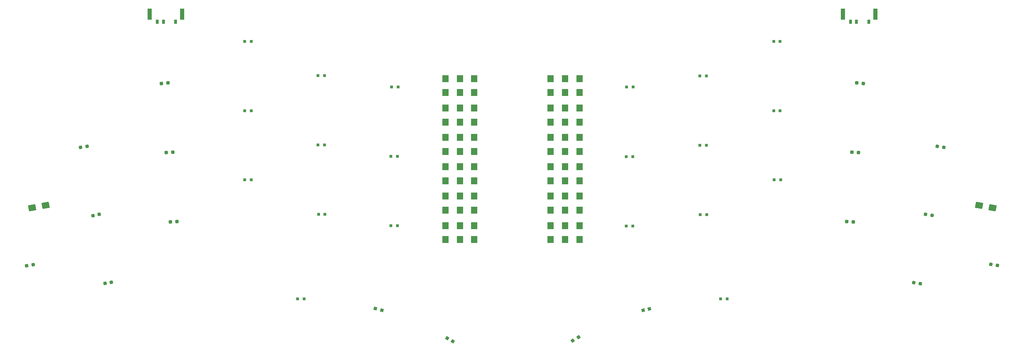
<source format=gtp>
G04 #@! TF.GenerationSoftware,KiCad,Pcbnew,9.0.4*
G04 #@! TF.CreationDate,2025-08-27T21:58:08-05:00*
G04 #@! TF.ProjectId,totem_0_3,746f7465-6d5f-4305-9f33-2e6b69636164,0.3*
G04 #@! TF.SameCoordinates,Original*
G04 #@! TF.FileFunction,Paste,Top*
G04 #@! TF.FilePolarity,Positive*
%FSLAX46Y46*%
G04 Gerber Fmt 4.6, Leading zero omitted, Abs format (unit mm)*
G04 Created by KiCad (PCBNEW 9.0.4) date 2025-08-27 21:58:08*
%MOMM*%
%LPD*%
G01*
G04 APERTURE LIST*
G04 Aperture macros list*
%AMRotRect*
0 Rectangle, with rotation*
0 The origin of the aperture is its center*
0 $1 length*
0 $2 width*
0 $3 Rotation angle, in degrees counterclockwise*
0 Add horizontal line*
21,1,$1,$2,0,0,$3*%
G04 Aperture macros list end*
%ADD10R,1.500000X1.800000*%
%ADD11RotRect,0.800000X0.800000X260.000000*%
%ADD12R,0.800000X0.800000*%
%ADD13RotRect,0.800000X0.800000X274.000000*%
%ADD14RotRect,0.800000X0.800000X280.000000*%
%ADD15RotRect,0.800000X0.800000X266.000000*%
%ADD16R,0.700000X1.000000*%
%ADD17R,1.000000X2.800000*%
%ADD18RotRect,1.800000X1.500000X170.000000*%
%ADD19RotRect,0.800000X0.800000X240.000000*%
%ADD20RotRect,1.800000X1.500000X10.000000*%
%ADD21RotRect,0.800000X0.800000X285.000000*%
%ADD22RotRect,0.800000X0.800000X300.000000*%
%ADD23RotRect,0.800000X0.800000X255.000000*%
G04 APERTURE END LIST*
D10*
X162872435Y-67194348D03*
X162872435Y-70594348D03*
X137127565Y-74393348D03*
X137127565Y-77793348D03*
D11*
X267224308Y-112722163D03*
X268800000Y-113000001D03*
D12*
X120200000Y-103200000D03*
X121800000Y-103200000D03*
D13*
X66203898Y-102311610D03*
X67800000Y-102200000D03*
D10*
X166422435Y-103194348D03*
X166422435Y-106594348D03*
X159322435Y-81597348D03*
X159322435Y-84997348D03*
D12*
X178000000Y-69200000D03*
X179600000Y-69200000D03*
X177900000Y-103300000D03*
X179500000Y-103300000D03*
D11*
X251224308Y-100422162D03*
X252800000Y-100700000D03*
D10*
X162872435Y-88796348D03*
X162872435Y-92196348D03*
D14*
X47212154Y-100738919D03*
X48787846Y-100461081D03*
D12*
X195900000Y-83500000D03*
X197500000Y-83500000D03*
D15*
X233203898Y-85188390D03*
X234800000Y-85300000D03*
D12*
X84400000Y-58000000D03*
X86000000Y-58000000D03*
D10*
X166422435Y-67194348D03*
X166422435Y-70594348D03*
X140677565Y-67194348D03*
X140677565Y-70594348D03*
D16*
X67500000Y-53200000D03*
X64500000Y-53200000D03*
X63000000Y-53200000D03*
D17*
X69100000Y-51300000D03*
X61150000Y-51300000D03*
D18*
X267674173Y-98795202D03*
X264325827Y-98204798D03*
D10*
X162872435Y-81597348D03*
X162872435Y-84997348D03*
X137127565Y-103194348D03*
X137127565Y-106594348D03*
D16*
X237300000Y-53200000D03*
X234300000Y-53200000D03*
X232800000Y-53200000D03*
D17*
X238900000Y-51300000D03*
X230950000Y-51300000D03*
D12*
X196000000Y-100500000D03*
X197600000Y-100500000D03*
D10*
X137127565Y-88796348D03*
X137127565Y-92196348D03*
X137127565Y-81597348D03*
X137127565Y-84997348D03*
X159322435Y-103194348D03*
X159322435Y-106594348D03*
D15*
X231903898Y-102188390D03*
X233500000Y-102300000D03*
D10*
X162872435Y-103194348D03*
X162872435Y-106594348D03*
X133577565Y-74393348D03*
X133577565Y-77793348D03*
D12*
X177900000Y-86300000D03*
X179500000Y-86300000D03*
D10*
X159322435Y-67194348D03*
X159322435Y-70594348D03*
D12*
X102400000Y-83400000D03*
X104000000Y-83400000D03*
D10*
X162872435Y-95995348D03*
X162872435Y-99395348D03*
X159322435Y-88796348D03*
X159322435Y-92196348D03*
X166422435Y-95995348D03*
X166422435Y-99395348D03*
X133577565Y-88796348D03*
X133577565Y-92196348D03*
D14*
X50200000Y-117400000D03*
X51775692Y-117122162D03*
D12*
X214000000Y-58000000D03*
X215600000Y-58000000D03*
X120400000Y-69200000D03*
X122000000Y-69200000D03*
X84400000Y-75000000D03*
X86000000Y-75000000D03*
X97400000Y-121200000D03*
X99000000Y-121200000D03*
D19*
X134014360Y-130800000D03*
X135400000Y-131600000D03*
D20*
X32325827Y-98795202D03*
X35674173Y-98204798D03*
D21*
X182054518Y-124014110D03*
X183600000Y-123600000D03*
D10*
X140677565Y-81592348D03*
X140677565Y-84992348D03*
D13*
X64003898Y-68311610D03*
X65600000Y-68200000D03*
D12*
X102500000Y-100400000D03*
X104100000Y-100400000D03*
D10*
X133577565Y-81597348D03*
X133577565Y-84997348D03*
X159322435Y-95995348D03*
X159322435Y-99395348D03*
D12*
X214000000Y-75000000D03*
X215600000Y-75000000D03*
D22*
X164807180Y-131400000D03*
X166192820Y-130600000D03*
D10*
X140677565Y-95995348D03*
X140677565Y-99395348D03*
D13*
X65203898Y-85311610D03*
X66800000Y-85200000D03*
D11*
X248324308Y-117222162D03*
X249900000Y-117500000D03*
D15*
X234400000Y-68200000D03*
X235996102Y-68311610D03*
D10*
X140677565Y-88796348D03*
X140677565Y-92196348D03*
X133577565Y-103194348D03*
X133577565Y-106594348D03*
X137127565Y-67194348D03*
X137127565Y-70594348D03*
D12*
X195900000Y-66500000D03*
X197500000Y-66500000D03*
D10*
X133577565Y-67194348D03*
X133577565Y-70594348D03*
D12*
X214100000Y-92000000D03*
X215700000Y-92000000D03*
D11*
X254124308Y-83722162D03*
X255700000Y-84000000D03*
D23*
X116454518Y-123585890D03*
X118000000Y-124000000D03*
D10*
X137127565Y-95995348D03*
X137127565Y-99395348D03*
X166422435Y-81597348D03*
X166422435Y-84997348D03*
D12*
X120200000Y-86200000D03*
X121800000Y-86200000D03*
D10*
X140677565Y-103194348D03*
X140677565Y-106594348D03*
X159322435Y-74393348D03*
X159322435Y-77793348D03*
D14*
X44200000Y-84000000D03*
X45775692Y-83722162D03*
D12*
X84400000Y-92000000D03*
X86000000Y-92000000D03*
D10*
X140677565Y-74393348D03*
X140677565Y-77793348D03*
X166422435Y-74393348D03*
X166422435Y-77793348D03*
X166422435Y-88796348D03*
X166422435Y-92196348D03*
D12*
X201000000Y-121200000D03*
X202600000Y-121200000D03*
X102400000Y-66400000D03*
X104000000Y-66400000D03*
D14*
X31012154Y-113077838D03*
X32587846Y-112800000D03*
D10*
X133577565Y-95995348D03*
X133577565Y-99395348D03*
X162872435Y-74393348D03*
X162872435Y-77793348D03*
M02*

</source>
